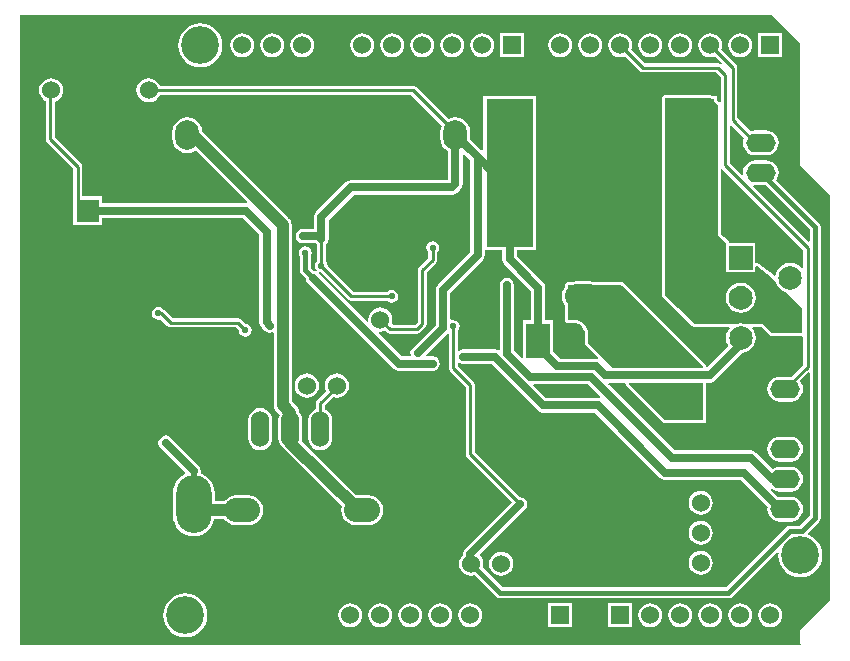
<source format=gbr>
%TF.GenerationSoftware,Altium Limited,Altium Designer,19.0.15 (446)*%
G04 Layer_Physical_Order=3*
G04 Layer_Color=16711680*
%FSLAX25Y25*%
%MOIN*%
%TF.FileFunction,Copper,L3,Bot,Signal*%
%TF.Part,Single*%
G01*
G75*
%TA.AperFunction,Conductor*%
%ADD27C,0.01000*%
%ADD28C,0.02756*%
%ADD29C,0.01968*%
%ADD32C,0.01575*%
%TA.AperFunction,ViaPad*%
%ADD33C,0.06000*%
%TA.AperFunction,ComponentPad*%
%ADD34O,0.07874X0.11811*%
%ADD35R,0.07874X0.11811*%
%ADD36R,0.15748X0.49213*%
%ADD37O,0.12000X0.04800*%
%ADD38R,0.12000X0.04800*%
%ADD39O,0.09843X0.06299*%
%ADD40C,0.07854*%
%ADD41R,0.07854X0.07854*%
%ADD42O,0.12000X0.08000*%
%ADD43C,0.07677*%
%ADD44R,0.07677X0.07677*%
%ADD45O,0.07874X0.09843*%
%ADD46O,0.06000X0.12000*%
%ADD47O,0.11811X0.19291*%
%ADD48O,0.19291X0.11811*%
%ADD49C,0.06000*%
%ADD50R,0.06000X0.06000*%
%TA.AperFunction,ViaPad*%
%ADD51C,0.12598*%
%ADD52C,0.02165*%
%TA.AperFunction,Conductor*%
%ADD53C,0.03937*%
G36*
X260000Y200551D02*
Y160000D01*
X270000Y150000D01*
Y15000D01*
X260000Y5000D01*
Y551D01*
X260089Y462D01*
X259898Y0D01*
X0D01*
Y210000D01*
X250551D01*
X260000Y200551D01*
D02*
G37*
%LPC*%
G36*
X254000Y204000D02*
X246000D01*
Y196000D01*
X254000D01*
Y204000D01*
D02*
G37*
G36*
X168000D02*
X160000D01*
Y196000D01*
X168000D01*
Y204000D01*
D02*
G37*
G36*
X240000Y204034D02*
X238956Y203897D01*
X237983Y203494D01*
X237147Y202853D01*
X236506Y202017D01*
X236103Y201044D01*
X235965Y200000D01*
X236103Y198956D01*
X236506Y197983D01*
X237147Y197147D01*
X237983Y196506D01*
X238956Y196103D01*
X240000Y195966D01*
X241044Y196103D01*
X242017Y196506D01*
X242853Y197147D01*
X243494Y197983D01*
X243897Y198956D01*
X244035Y200000D01*
X243897Y201044D01*
X243494Y202017D01*
X242853Y202853D01*
X242017Y203494D01*
X241044Y203897D01*
X240000Y204034D01*
D02*
G37*
G36*
X220000D02*
X218956Y203897D01*
X217983Y203494D01*
X217147Y202853D01*
X216506Y202017D01*
X216103Y201044D01*
X215966Y200000D01*
X216103Y198956D01*
X216506Y197983D01*
X217147Y197147D01*
X217983Y196506D01*
X218956Y196103D01*
X220000Y195966D01*
X221044Y196103D01*
X222017Y196506D01*
X222853Y197147D01*
X223494Y197983D01*
X223897Y198956D01*
X224035Y200000D01*
X223897Y201044D01*
X223494Y202017D01*
X222853Y202853D01*
X222017Y203494D01*
X221044Y203897D01*
X220000Y204034D01*
D02*
G37*
G36*
X210000D02*
X208956Y203897D01*
X207983Y203494D01*
X207147Y202853D01*
X206506Y202017D01*
X206103Y201044D01*
X205965Y200000D01*
X206103Y198956D01*
X206506Y197983D01*
X207147Y197147D01*
X207983Y196506D01*
X208956Y196103D01*
X210000Y195966D01*
X211044Y196103D01*
X212017Y196506D01*
X212853Y197147D01*
X213494Y197983D01*
X213897Y198956D01*
X214035Y200000D01*
X213897Y201044D01*
X213494Y202017D01*
X212853Y202853D01*
X212017Y203494D01*
X211044Y203897D01*
X210000Y204034D01*
D02*
G37*
G36*
X190000D02*
X188956Y203897D01*
X187983Y203494D01*
X187147Y202853D01*
X186506Y202017D01*
X186103Y201044D01*
X185966Y200000D01*
X186103Y198956D01*
X186506Y197983D01*
X187147Y197147D01*
X187983Y196506D01*
X188956Y196103D01*
X190000Y195966D01*
X191044Y196103D01*
X192017Y196506D01*
X192853Y197147D01*
X193494Y197983D01*
X193897Y198956D01*
X194035Y200000D01*
X193897Y201044D01*
X193494Y202017D01*
X192853Y202853D01*
X192017Y203494D01*
X191044Y203897D01*
X190000Y204034D01*
D02*
G37*
G36*
X180000D02*
X178956Y203897D01*
X177983Y203494D01*
X177147Y202853D01*
X176506Y202017D01*
X176103Y201044D01*
X175965Y200000D01*
X176103Y198956D01*
X176506Y197983D01*
X177147Y197147D01*
X177983Y196506D01*
X178956Y196103D01*
X180000Y195966D01*
X181044Y196103D01*
X182017Y196506D01*
X182853Y197147D01*
X183494Y197983D01*
X183897Y198956D01*
X184035Y200000D01*
X183897Y201044D01*
X183494Y202017D01*
X182853Y202853D01*
X182017Y203494D01*
X181044Y203897D01*
X180000Y204034D01*
D02*
G37*
G36*
X154000D02*
X152956Y203897D01*
X151983Y203494D01*
X151147Y202853D01*
X150506Y202017D01*
X150103Y201044D01*
X149966Y200000D01*
X150103Y198956D01*
X150506Y197983D01*
X151147Y197147D01*
X151983Y196506D01*
X152956Y196103D01*
X154000Y195966D01*
X155044Y196103D01*
X156017Y196506D01*
X156853Y197147D01*
X157494Y197983D01*
X157897Y198956D01*
X158035Y200000D01*
X157897Y201044D01*
X157494Y202017D01*
X156853Y202853D01*
X156017Y203494D01*
X155044Y203897D01*
X154000Y204034D01*
D02*
G37*
G36*
X144000D02*
X142956Y203897D01*
X141983Y203494D01*
X141147Y202853D01*
X140506Y202017D01*
X140103Y201044D01*
X139965Y200000D01*
X140103Y198956D01*
X140506Y197983D01*
X141147Y197147D01*
X141983Y196506D01*
X142956Y196103D01*
X144000Y195966D01*
X145044Y196103D01*
X146017Y196506D01*
X146853Y197147D01*
X147494Y197983D01*
X147897Y198956D01*
X148035Y200000D01*
X147897Y201044D01*
X147494Y202017D01*
X146853Y202853D01*
X146017Y203494D01*
X145044Y203897D01*
X144000Y204034D01*
D02*
G37*
G36*
X134000D02*
X132956Y203897D01*
X131983Y203494D01*
X131147Y202853D01*
X130506Y202017D01*
X130103Y201044D01*
X129965Y200000D01*
X130103Y198956D01*
X130506Y197983D01*
X131147Y197147D01*
X131983Y196506D01*
X132956Y196103D01*
X134000Y195966D01*
X135044Y196103D01*
X136017Y196506D01*
X136853Y197147D01*
X137494Y197983D01*
X137897Y198956D01*
X138034Y200000D01*
X137897Y201044D01*
X137494Y202017D01*
X136853Y202853D01*
X136017Y203494D01*
X135044Y203897D01*
X134000Y204034D01*
D02*
G37*
G36*
X124000D02*
X122956Y203897D01*
X121983Y203494D01*
X121147Y202853D01*
X120506Y202017D01*
X120103Y201044D01*
X119966Y200000D01*
X120103Y198956D01*
X120506Y197983D01*
X121147Y197147D01*
X121983Y196506D01*
X122956Y196103D01*
X124000Y195966D01*
X125044Y196103D01*
X126017Y196506D01*
X126853Y197147D01*
X127494Y197983D01*
X127897Y198956D01*
X128034Y200000D01*
X127897Y201044D01*
X127494Y202017D01*
X126853Y202853D01*
X126017Y203494D01*
X125044Y203897D01*
X124000Y204034D01*
D02*
G37*
G36*
X114000D02*
X112956Y203897D01*
X111983Y203494D01*
X111147Y202853D01*
X110506Y202017D01*
X110103Y201044D01*
X109966Y200000D01*
X110103Y198956D01*
X110506Y197983D01*
X111147Y197147D01*
X111983Y196506D01*
X112956Y196103D01*
X114000Y195966D01*
X115044Y196103D01*
X116017Y196506D01*
X116853Y197147D01*
X117494Y197983D01*
X117897Y198956D01*
X118035Y200000D01*
X117897Y201044D01*
X117494Y202017D01*
X116853Y202853D01*
X116017Y203494D01*
X115044Y203897D01*
X114000Y204034D01*
D02*
G37*
G36*
X94000D02*
X92956Y203897D01*
X91983Y203494D01*
X91147Y202853D01*
X90506Y202017D01*
X90103Y201044D01*
X89965Y200000D01*
X90103Y198956D01*
X90506Y197983D01*
X91147Y197147D01*
X91983Y196506D01*
X92956Y196103D01*
X94000Y195966D01*
X95044Y196103D01*
X96017Y196506D01*
X96853Y197147D01*
X97494Y197983D01*
X97897Y198956D01*
X98035Y200000D01*
X97897Y201044D01*
X97494Y202017D01*
X96853Y202853D01*
X96017Y203494D01*
X95044Y203897D01*
X94000Y204034D01*
D02*
G37*
G36*
X84000D02*
X82956Y203897D01*
X81983Y203494D01*
X81147Y202853D01*
X80506Y202017D01*
X80103Y201044D01*
X79966Y200000D01*
X80103Y198956D01*
X80506Y197983D01*
X81147Y197147D01*
X81983Y196506D01*
X82956Y196103D01*
X84000Y195966D01*
X85044Y196103D01*
X86017Y196506D01*
X86853Y197147D01*
X87494Y197983D01*
X87897Y198956D01*
X88034Y200000D01*
X87897Y201044D01*
X87494Y202017D01*
X86853Y202853D01*
X86017Y203494D01*
X85044Y203897D01*
X84000Y204034D01*
D02*
G37*
G36*
X74000D02*
X72956Y203897D01*
X71983Y203494D01*
X71147Y202853D01*
X70506Y202017D01*
X70103Y201044D01*
X69965Y200000D01*
X70103Y198956D01*
X70506Y197983D01*
X71147Y197147D01*
X71983Y196506D01*
X72956Y196103D01*
X74000Y195966D01*
X75044Y196103D01*
X76017Y196506D01*
X76853Y197147D01*
X77494Y197983D01*
X77897Y198956D01*
X78035Y200000D01*
X77897Y201044D01*
X77494Y202017D01*
X76853Y202853D01*
X76017Y203494D01*
X75044Y203897D01*
X74000Y204034D01*
D02*
G37*
G36*
X230000D02*
X228956Y203897D01*
X227983Y203494D01*
X227147Y202853D01*
X226506Y202017D01*
X226103Y201044D01*
X225965Y200000D01*
X226103Y198956D01*
X226506Y197983D01*
X227147Y197147D01*
X227983Y196506D01*
X228956Y196103D01*
X230000Y195966D01*
X231044Y196103D01*
X231532Y196305D01*
X233801Y194036D01*
X233482Y193648D01*
X233085Y193913D01*
X232500Y194029D01*
X208134D01*
X203695Y198468D01*
X203897Y198956D01*
X204034Y200000D01*
X203897Y201044D01*
X203494Y202017D01*
X202853Y202853D01*
X202017Y203494D01*
X201044Y203897D01*
X200000Y204034D01*
X198956Y203897D01*
X197983Y203494D01*
X197147Y202853D01*
X196506Y202017D01*
X196103Y201044D01*
X195966Y200000D01*
X196103Y198956D01*
X196506Y197983D01*
X197147Y197147D01*
X197983Y196506D01*
X198956Y196103D01*
X200000Y195966D01*
X201044Y196103D01*
X201532Y196305D01*
X206419Y191419D01*
X206915Y191087D01*
X207500Y190971D01*
X231867D01*
X233471Y189366D01*
Y181178D01*
X232971Y180971D01*
X232403Y181538D01*
Y183106D01*
X230836D01*
X230721Y183221D01*
X230390Y183442D01*
X230000Y183520D01*
X215000D01*
X214610Y183442D01*
X214279Y183221D01*
X214058Y182890D01*
X213980Y182500D01*
X213980Y116743D01*
X214058Y116353D01*
X214279Y116022D01*
X218522Y111779D01*
X218853Y111558D01*
X218954Y111538D01*
X223986Y106506D01*
X224317Y106285D01*
X224707Y106207D01*
X236215D01*
X236461Y105707D01*
X235846Y104906D01*
X235350Y103708D01*
X235181Y102421D01*
X235350Y101135D01*
X235846Y99936D01*
X236069Y99646D01*
X229083Y92659D01*
X228537Y92730D01*
X228517Y92752D01*
X228485Y92924D01*
X228456Y93072D01*
X228441Y93222D01*
X228417Y93266D01*
X228408Y93315D01*
X228324Y93440D01*
X228253Y93572D01*
X228214Y93604D01*
X228187Y93646D01*
X226914Y94918D01*
X226501Y95535D01*
X225884Y95948D01*
X201111Y120721D01*
X200780Y120942D01*
X200390Y121020D01*
X191246D01*
X190805Y121202D01*
X189500Y121374D01*
X185500D01*
X184195Y121202D01*
X183754Y121020D01*
X182500D01*
X182110Y120942D01*
X181779Y120721D01*
X181558Y120390D01*
X181480Y120000D01*
Y119306D01*
X181132Y118852D01*
X180629Y117636D01*
X180457Y116331D01*
X180629Y115025D01*
X181132Y113809D01*
X181480Y113356D01*
Y108548D01*
X181500Y108449D01*
Y108349D01*
X181538Y108256D01*
X181558Y108158D01*
X181614Y108074D01*
X181652Y107981D01*
X181723Y107910D01*
X181779Y107827D01*
X181862Y107771D01*
X181933Y107700D01*
X182349Y107422D01*
X182442Y107384D01*
X182526Y107328D01*
X182624Y107308D01*
X182717Y107270D01*
X182817D01*
X182916Y107250D01*
X183014Y107270D01*
X183115D01*
X183207Y107308D01*
X183232Y107313D01*
X184311Y107456D01*
X185334Y107321D01*
X186287Y106926D01*
X187105Y106298D01*
X187733Y105480D01*
X188128Y104527D01*
X188271Y103437D01*
Y100709D01*
X188349Y100319D01*
X188570Y99988D01*
X192672Y95886D01*
X192426Y95425D01*
X191874Y95535D01*
X179961D01*
X177437Y98059D01*
Y108441D01*
X175007D01*
Y119238D01*
X174823Y120166D01*
X174297Y120953D01*
X165521Y129729D01*
Y131894D01*
X171970D01*
Y183106D01*
X154222D01*
Y165000D01*
X153722Y164793D01*
X149924Y168592D01*
X149980Y169016D01*
Y170984D01*
X149810Y172273D01*
X149312Y173474D01*
X148521Y174505D01*
X147490Y175297D01*
X146289Y175794D01*
X145000Y175964D01*
X143711Y175794D01*
X142751Y175396D01*
X132066Y186081D01*
X131570Y186413D01*
X130984Y186529D01*
X46476Y186529D01*
X46274Y187017D01*
X45633Y187853D01*
X44798Y188494D01*
X43825Y188897D01*
X42780Y189034D01*
X41736Y188897D01*
X40763Y188494D01*
X39928Y187853D01*
X39286Y187017D01*
X38883Y186044D01*
X38746Y185000D01*
X38883Y183956D01*
X39286Y182983D01*
X39928Y182147D01*
X40763Y181506D01*
X41736Y181103D01*
X42780Y180965D01*
X43825Y181103D01*
X44798Y181506D01*
X45633Y182147D01*
X46274Y182983D01*
X46476Y183471D01*
X130351Y183471D01*
X140588Y173233D01*
X140190Y172273D01*
X140020Y170984D01*
Y169016D01*
X140190Y167727D01*
X140688Y166526D01*
X141479Y165495D01*
X142510Y164703D01*
X142576Y164676D01*
Y155011D01*
X110087D01*
X109159Y154826D01*
X108372Y154301D01*
X98643Y144572D01*
X98118Y143786D01*
X97933Y142858D01*
Y138783D01*
X94187D01*
X93260Y138598D01*
X92473Y138073D01*
X91947Y137286D01*
X91763Y136358D01*
X91947Y135430D01*
X92473Y134644D01*
X93260Y134118D01*
X94187Y133934D01*
X98513D01*
X98643Y133738D01*
X98829Y133615D01*
Y127976D01*
X98396Y127328D01*
X98234Y126516D01*
X98396Y125703D01*
X98856Y125014D01*
X98529Y124672D01*
X98428Y124740D01*
X97691Y124887D01*
X96822Y125755D01*
Y129791D01*
X96962Y130000D01*
X97123Y130813D01*
X96962Y131625D01*
X96501Y132314D01*
X95813Y132774D01*
X95000Y132936D01*
X94187Y132774D01*
X93498Y132314D01*
X93038Y131625D01*
X92876Y130813D01*
X93038Y130000D01*
X93178Y129791D01*
Y125000D01*
X93178Y125000D01*
X93316Y124303D01*
X93711Y123711D01*
X95113Y122309D01*
X95260Y121572D01*
X95786Y120786D01*
X124417Y92154D01*
X125204Y91628D01*
X126132Y91444D01*
X126132Y91444D01*
X137500D01*
X138428Y91628D01*
X139214Y92154D01*
X139740Y92940D01*
X139925Y93868D01*
X139740Y94796D01*
X139214Y95582D01*
X138428Y96108D01*
X137500Y96293D01*
X135375D01*
X135183Y96755D01*
X142291Y103863D01*
X142791Y103656D01*
Y92502D01*
X142908Y91917D01*
X143239Y91420D01*
X148471Y86189D01*
Y63614D01*
X148587Y63029D01*
X148919Y62533D01*
X163818Y47633D01*
X148286Y32100D01*
X147760Y31314D01*
X147575Y30386D01*
Y30171D01*
X147427Y30058D01*
X146786Y29222D01*
X146383Y28249D01*
X146246Y27205D01*
X146383Y26160D01*
X146786Y25188D01*
X147427Y24352D01*
X148263Y23711D01*
X149236Y23308D01*
X150280Y23170D01*
X151325Y23308D01*
X151519Y23388D01*
X158696Y16211D01*
X158696Y16211D01*
X159288Y15816D01*
X159985Y15678D01*
X159985Y15678D01*
X163096D01*
X236064Y15678D01*
X236064Y15678D01*
X236761Y15816D01*
X237352Y16211D01*
X252275Y31134D01*
X252755Y30907D01*
X252665Y30000D01*
X252806Y28569D01*
X253224Y27193D01*
X253902Y25925D01*
X254814Y24814D01*
X255925Y23902D01*
X257193Y23224D01*
X258569Y22806D01*
X260000Y22666D01*
X261431Y22806D01*
X262807Y23224D01*
X264075Y23902D01*
X265186Y24814D01*
X266098Y25925D01*
X266776Y27193D01*
X267194Y28569D01*
X267335Y30000D01*
X267194Y31431D01*
X266776Y32807D01*
X266098Y34075D01*
X265186Y35186D01*
X264075Y36098D01*
X262807Y36776D01*
X262541Y36857D01*
X262419Y37342D01*
X266289Y41211D01*
X266289Y41211D01*
X266684Y41803D01*
X266822Y42500D01*
Y139350D01*
X266822Y139350D01*
X266684Y140048D01*
X266289Y140639D01*
X266289Y140639D01*
X251931Y154996D01*
X252247Y155407D01*
X252665Y156417D01*
X252807Y157500D01*
X252665Y158583D01*
X252247Y159593D01*
X251582Y160459D01*
X250715Y161125D01*
X249705Y161543D01*
X248622Y161685D01*
X245079D01*
X243995Y161543D01*
X242986Y161125D01*
X242119Y160459D01*
X241454Y159593D01*
X241036Y158583D01*
X240893Y157500D01*
X240973Y156897D01*
X240499Y156664D01*
X236529Y160634D01*
Y173233D01*
X236991Y173424D01*
X241269Y169147D01*
X241036Y168583D01*
X240893Y167500D01*
X241036Y166417D01*
X241454Y165407D01*
X242119Y164541D01*
X242986Y163875D01*
X243995Y163457D01*
X245079Y163315D01*
X248622D01*
X249705Y163457D01*
X250715Y163875D01*
X251582Y164541D01*
X252247Y165407D01*
X252665Y166417D01*
X252807Y167500D01*
X252665Y168583D01*
X252247Y169593D01*
X251582Y170459D01*
X250715Y171125D01*
X249705Y171543D01*
X248622Y171685D01*
X245079D01*
X243995Y171543D01*
X243432Y171309D01*
X239029Y175712D01*
Y192500D01*
X238913Y193085D01*
X238581Y193581D01*
X233695Y198468D01*
X233897Y198956D01*
X234034Y200000D01*
X233897Y201044D01*
X233494Y202017D01*
X232853Y202853D01*
X232017Y203494D01*
X231044Y203897D01*
X230000Y204034D01*
D02*
G37*
G36*
X60000Y207334D02*
X58569Y207194D01*
X57193Y206776D01*
X55925Y206098D01*
X54814Y205186D01*
X53902Y204075D01*
X53224Y202807D01*
X52806Y201431D01*
X52666Y200000D01*
X52806Y198569D01*
X53224Y197193D01*
X53902Y195925D01*
X54814Y194814D01*
X55925Y193902D01*
X57193Y193224D01*
X58569Y192806D01*
X60000Y192666D01*
X61431Y192806D01*
X62807Y193224D01*
X64075Y193902D01*
X65186Y194814D01*
X66098Y195925D01*
X66776Y197193D01*
X67194Y198569D01*
X67335Y200000D01*
X67194Y201431D01*
X66776Y202807D01*
X66098Y204075D01*
X65186Y205186D01*
X64075Y206098D01*
X62807Y206776D01*
X61431Y207194D01*
X60000Y207334D01*
D02*
G37*
G36*
X45965Y112827D02*
X45152Y112666D01*
X44463Y112205D01*
X44003Y111516D01*
X43841Y110704D01*
X44003Y109891D01*
X44463Y109202D01*
X45152Y108742D01*
X45965Y108580D01*
X46724Y108731D01*
X49037Y106419D01*
X49533Y106087D01*
X50118Y105971D01*
X71867D01*
X72886Y104951D01*
X73038Y104187D01*
X73498Y103498D01*
X74187Y103038D01*
X75000Y102876D01*
X75813Y103038D01*
X76502Y103498D01*
X76962Y104187D01*
X77123Y105000D01*
X76962Y105813D01*
X76502Y106501D01*
X75813Y106962D01*
X75049Y107114D01*
X73581Y108581D01*
X73085Y108913D01*
X72500Y109029D01*
X50752D01*
X47996Y111785D01*
X47546Y112086D01*
X47466Y112205D01*
X46777Y112666D01*
X45965Y112827D01*
D02*
G37*
G36*
X105561Y90597D02*
X104516Y90460D01*
X103543Y90057D01*
X102708Y89416D01*
X102067Y88580D01*
X101664Y87607D01*
X101526Y86563D01*
X101664Y85519D01*
X101956Y84813D01*
X98919Y81775D01*
X98587Y81279D01*
X98471Y80694D01*
Y78720D01*
X97983Y78518D01*
X97147Y77877D01*
X96506Y77041D01*
X96103Y76068D01*
X95965Y75024D01*
Y69024D01*
X96103Y67979D01*
X96506Y67006D01*
X97147Y66171D01*
X97983Y65530D01*
X98956Y65127D01*
X100000Y64989D01*
X101044Y65127D01*
X102017Y65530D01*
X102853Y66171D01*
X103494Y67006D01*
X103897Y67979D01*
X104034Y69024D01*
Y75024D01*
X103897Y76068D01*
X103494Y77041D01*
X102853Y77877D01*
X102017Y78518D01*
X101529Y78720D01*
Y80060D01*
X104247Y82778D01*
X104516Y82666D01*
X105561Y82528D01*
X106605Y82666D01*
X107578Y83069D01*
X108414Y83710D01*
X109055Y84546D01*
X109458Y85519D01*
X109595Y86563D01*
X109458Y87607D01*
X109055Y88580D01*
X108414Y89416D01*
X107578Y90057D01*
X106605Y90460D01*
X105561Y90597D01*
D02*
G37*
G36*
X95561D02*
X94516Y90460D01*
X93543Y90057D01*
X92708Y89416D01*
X92067Y88580D01*
X91664Y87607D01*
X91526Y86563D01*
X91664Y85519D01*
X92067Y84546D01*
X92708Y83710D01*
X93543Y83069D01*
X94516Y82666D01*
X95561Y82528D01*
X96605Y82666D01*
X97578Y83069D01*
X98414Y83710D01*
X99055Y84546D01*
X99458Y85519D01*
X99595Y86563D01*
X99458Y87607D01*
X99055Y88580D01*
X98414Y89416D01*
X97578Y90057D01*
X96605Y90460D01*
X95561Y90597D01*
D02*
G37*
G36*
X80000Y79058D02*
X78956Y78921D01*
X77983Y78518D01*
X77147Y77877D01*
X76506Y77041D01*
X76103Y76068D01*
X75965Y75024D01*
Y69024D01*
X76103Y67979D01*
X76506Y67006D01*
X77147Y66171D01*
X77983Y65530D01*
X78956Y65127D01*
X80000Y64989D01*
X81044Y65127D01*
X82017Y65530D01*
X82853Y66171D01*
X83494Y67006D01*
X83897Y67979D01*
X84035Y69024D01*
Y75024D01*
X83897Y76068D01*
X83494Y77041D01*
X82853Y77877D01*
X82017Y78518D01*
X81044Y78921D01*
X80000Y79058D01*
D02*
G37*
G36*
X10280Y189034D02*
X9236Y188897D01*
X8263Y188494D01*
X7428Y187853D01*
X6786Y187017D01*
X6383Y186044D01*
X6246Y185000D01*
X6383Y183956D01*
X6786Y182983D01*
X7428Y182147D01*
X8263Y181506D01*
X8471Y181420D01*
Y168671D01*
X8587Y168086D01*
X8919Y167590D01*
X17632Y158876D01*
Y148181D01*
X17661Y148033D01*
Y140004D01*
X27339D01*
Y142418D01*
X74212D01*
X79721Y136909D01*
Y107606D01*
X79906Y106678D01*
X80431Y105892D01*
X81510Y104813D01*
X82297Y104288D01*
X83224Y104103D01*
X84006Y104259D01*
X84506Y103968D01*
Y80000D01*
X84608Y79225D01*
X84907Y78503D01*
X85383Y77883D01*
X86424Y76842D01*
X86103Y76068D01*
X85966Y75024D01*
Y69024D01*
X86103Y67979D01*
X86506Y67006D01*
X87147Y66171D01*
X87459Y65932D01*
X87898Y65367D01*
X107162Y46386D01*
X107129Y46305D01*
X106957Y45000D01*
X107129Y43695D01*
X107633Y42478D01*
X108434Y41434D01*
X109478Y40633D01*
X110695Y40129D01*
X112000Y39957D01*
X116000D01*
X117305Y40129D01*
X118522Y40633D01*
X119566Y41434D01*
X120368Y42478D01*
X120871Y43695D01*
X121043Y45000D01*
X120871Y46305D01*
X120368Y47522D01*
X119566Y48566D01*
X118522Y49367D01*
X117305Y49871D01*
X116000Y50043D01*
X112000D01*
X111985Y50041D01*
X93863Y67897D01*
X93897Y67979D01*
X94034Y69024D01*
Y75024D01*
X93897Y76068D01*
X93494Y77041D01*
X92963Y77732D01*
X92892Y78275D01*
X92593Y78997D01*
X92117Y79617D01*
X90494Y81240D01*
Y140122D01*
X90392Y140897D01*
X90093Y141619D01*
X89617Y142239D01*
X60570Y171286D01*
X60440Y172273D01*
X59942Y173474D01*
X59151Y174505D01*
X58120Y175297D01*
X56919Y175794D01*
X55630Y175964D01*
X54341Y175794D01*
X53140Y175297D01*
X52109Y174505D01*
X51317Y173474D01*
X50820Y172273D01*
X50650Y170984D01*
Y169016D01*
X50820Y167727D01*
X51317Y166526D01*
X52109Y165495D01*
X53140Y164703D01*
X54341Y164206D01*
X55630Y164036D01*
X56919Y164206D01*
X58120Y164703D01*
X58439Y164948D01*
X75709Y147679D01*
X75462Y147218D01*
X75217Y147267D01*
X27339D01*
Y149681D01*
X20691D01*
Y159510D01*
X20574Y160095D01*
X20243Y160591D01*
X11529Y169305D01*
Y181188D01*
X12298Y181506D01*
X13133Y182147D01*
X13774Y182983D01*
X14177Y183956D01*
X14315Y185000D01*
X14177Y186044D01*
X13774Y187017D01*
X13133Y187853D01*
X12298Y188494D01*
X11325Y188897D01*
X10280Y189034D01*
D02*
G37*
G36*
X48480Y69924D02*
X47552Y69740D01*
X46766Y69214D01*
X46240Y68428D01*
X46056Y67500D01*
X46240Y66572D01*
X46766Y65786D01*
X54958Y57593D01*
X54863Y56982D01*
X53980Y56510D01*
X52928Y55647D01*
X52065Y54595D01*
X51424Y53396D01*
X51029Y52094D01*
X50896Y50740D01*
Y43260D01*
X51029Y41906D01*
X51424Y40604D01*
X52065Y39405D01*
X52928Y38353D01*
X53980Y37490D01*
X55179Y36849D01*
X56481Y36454D01*
X57835Y36321D01*
X59188Y36454D01*
X60490Y36849D01*
X61690Y37490D01*
X62741Y38353D01*
X63604Y39405D01*
X64245Y40604D01*
X64640Y41906D01*
X64650Y42006D01*
X67995D01*
X68434Y41434D01*
X69478Y40633D01*
X70695Y40129D01*
X72000Y39957D01*
X76000D01*
X77305Y40129D01*
X78522Y40633D01*
X79566Y41434D01*
X80367Y42478D01*
X80871Y43695D01*
X81043Y45000D01*
X80871Y46305D01*
X80367Y47522D01*
X79566Y48566D01*
X78522Y49367D01*
X77305Y49871D01*
X76000Y50043D01*
X72000D01*
X70695Y49871D01*
X69478Y49367D01*
X68434Y48566D01*
X67995Y47994D01*
X64774D01*
Y50740D01*
X64640Y52094D01*
X64245Y53396D01*
X63604Y54595D01*
X62741Y55647D01*
X61690Y56510D01*
X60490Y57151D01*
X60086Y57274D01*
X60259Y58146D01*
X60075Y59074D01*
X59549Y59860D01*
X50195Y69214D01*
X49408Y69740D01*
X48480Y69924D01*
D02*
G37*
G36*
X204000Y14000D02*
X196000D01*
Y6000D01*
X204000D01*
Y14000D01*
D02*
G37*
G36*
X184000D02*
X176000D01*
Y6000D01*
X184000D01*
Y14000D01*
D02*
G37*
G36*
X250000Y14035D02*
X248956Y13897D01*
X247983Y13494D01*
X247147Y12853D01*
X246506Y12017D01*
X246103Y11044D01*
X245966Y10000D01*
X246103Y8956D01*
X246506Y7983D01*
X247147Y7147D01*
X247983Y6506D01*
X248956Y6103D01*
X250000Y5965D01*
X251044Y6103D01*
X252017Y6506D01*
X252853Y7147D01*
X253494Y7983D01*
X253897Y8956D01*
X254034Y10000D01*
X253897Y11044D01*
X253494Y12017D01*
X252853Y12853D01*
X252017Y13494D01*
X251044Y13897D01*
X250000Y14035D01*
D02*
G37*
G36*
X240000D02*
X238956Y13897D01*
X237983Y13494D01*
X237147Y12853D01*
X236506Y12017D01*
X236103Y11044D01*
X235965Y10000D01*
X236103Y8956D01*
X236506Y7983D01*
X237147Y7147D01*
X237983Y6506D01*
X238956Y6103D01*
X240000Y5965D01*
X241044Y6103D01*
X242017Y6506D01*
X242853Y7147D01*
X243494Y7983D01*
X243897Y8956D01*
X244035Y10000D01*
X243897Y11044D01*
X243494Y12017D01*
X242853Y12853D01*
X242017Y13494D01*
X241044Y13897D01*
X240000Y14035D01*
D02*
G37*
G36*
X230000D02*
X228956Y13897D01*
X227983Y13494D01*
X227147Y12853D01*
X226506Y12017D01*
X226103Y11044D01*
X225965Y10000D01*
X226103Y8956D01*
X226506Y7983D01*
X227147Y7147D01*
X227983Y6506D01*
X228956Y6103D01*
X230000Y5965D01*
X231044Y6103D01*
X232017Y6506D01*
X232853Y7147D01*
X233494Y7983D01*
X233897Y8956D01*
X234034Y10000D01*
X233897Y11044D01*
X233494Y12017D01*
X232853Y12853D01*
X232017Y13494D01*
X231044Y13897D01*
X230000Y14035D01*
D02*
G37*
G36*
X220000D02*
X218956Y13897D01*
X217983Y13494D01*
X217147Y12853D01*
X216506Y12017D01*
X216103Y11044D01*
X215966Y10000D01*
X216103Y8956D01*
X216506Y7983D01*
X217147Y7147D01*
X217983Y6506D01*
X218956Y6103D01*
X220000Y5965D01*
X221044Y6103D01*
X222017Y6506D01*
X222853Y7147D01*
X223494Y7983D01*
X223897Y8956D01*
X224035Y10000D01*
X223897Y11044D01*
X223494Y12017D01*
X222853Y12853D01*
X222017Y13494D01*
X221044Y13897D01*
X220000Y14035D01*
D02*
G37*
G36*
X210000D02*
X208956Y13897D01*
X207983Y13494D01*
X207147Y12853D01*
X206506Y12017D01*
X206103Y11044D01*
X205965Y10000D01*
X206103Y8956D01*
X206506Y7983D01*
X207147Y7147D01*
X207983Y6506D01*
X208956Y6103D01*
X210000Y5965D01*
X211044Y6103D01*
X212017Y6506D01*
X212853Y7147D01*
X213494Y7983D01*
X213897Y8956D01*
X214035Y10000D01*
X213897Y11044D01*
X213494Y12017D01*
X212853Y12853D01*
X212017Y13494D01*
X211044Y13897D01*
X210000Y14035D01*
D02*
G37*
G36*
X150000D02*
X148956Y13897D01*
X147983Y13494D01*
X147147Y12853D01*
X146506Y12017D01*
X146103Y11044D01*
X145966Y10000D01*
X146103Y8956D01*
X146506Y7983D01*
X147147Y7147D01*
X147983Y6506D01*
X148956Y6103D01*
X150000Y5965D01*
X151044Y6103D01*
X152017Y6506D01*
X152853Y7147D01*
X153494Y7983D01*
X153897Y8956D01*
X154034Y10000D01*
X153897Y11044D01*
X153494Y12017D01*
X152853Y12853D01*
X152017Y13494D01*
X151044Y13897D01*
X150000Y14035D01*
D02*
G37*
G36*
X140000D02*
X138956Y13897D01*
X137983Y13494D01*
X137147Y12853D01*
X136506Y12017D01*
X136103Y11044D01*
X135966Y10000D01*
X136103Y8956D01*
X136506Y7983D01*
X137147Y7147D01*
X137983Y6506D01*
X138956Y6103D01*
X140000Y5965D01*
X141044Y6103D01*
X142017Y6506D01*
X142853Y7147D01*
X143494Y7983D01*
X143897Y8956D01*
X144035Y10000D01*
X143897Y11044D01*
X143494Y12017D01*
X142853Y12853D01*
X142017Y13494D01*
X141044Y13897D01*
X140000Y14035D01*
D02*
G37*
G36*
X130000D02*
X128956Y13897D01*
X127983Y13494D01*
X127147Y12853D01*
X126506Y12017D01*
X126103Y11044D01*
X125965Y10000D01*
X126103Y8956D01*
X126506Y7983D01*
X127147Y7147D01*
X127983Y6506D01*
X128956Y6103D01*
X130000Y5965D01*
X131044Y6103D01*
X132017Y6506D01*
X132853Y7147D01*
X133494Y7983D01*
X133897Y8956D01*
X134035Y10000D01*
X133897Y11044D01*
X133494Y12017D01*
X132853Y12853D01*
X132017Y13494D01*
X131044Y13897D01*
X130000Y14035D01*
D02*
G37*
G36*
X120000D02*
X118956Y13897D01*
X117983Y13494D01*
X117147Y12853D01*
X116506Y12017D01*
X116103Y11044D01*
X115965Y10000D01*
X116103Y8956D01*
X116506Y7983D01*
X117147Y7147D01*
X117983Y6506D01*
X118956Y6103D01*
X120000Y5965D01*
X121044Y6103D01*
X122017Y6506D01*
X122853Y7147D01*
X123494Y7983D01*
X123897Y8956D01*
X124035Y10000D01*
X123897Y11044D01*
X123494Y12017D01*
X122853Y12853D01*
X122017Y13494D01*
X121044Y13897D01*
X120000Y14035D01*
D02*
G37*
G36*
X110000D02*
X108956Y13897D01*
X107983Y13494D01*
X107147Y12853D01*
X106506Y12017D01*
X106103Y11044D01*
X105965Y10000D01*
X106103Y8956D01*
X106506Y7983D01*
X107147Y7147D01*
X107983Y6506D01*
X108956Y6103D01*
X110000Y5965D01*
X111044Y6103D01*
X112017Y6506D01*
X112853Y7147D01*
X113494Y7983D01*
X113897Y8956D01*
X114034Y10000D01*
X113897Y11044D01*
X113494Y12017D01*
X112853Y12853D01*
X112017Y13494D01*
X111044Y13897D01*
X110000Y14035D01*
D02*
G37*
G36*
X55000Y17334D02*
X53569Y17194D01*
X52193Y16776D01*
X50925Y16098D01*
X49814Y15186D01*
X48902Y14075D01*
X48224Y12807D01*
X47806Y11431D01*
X47666Y10000D01*
X47806Y8569D01*
X48224Y7193D01*
X48902Y5925D01*
X49814Y4814D01*
X50925Y3902D01*
X52193Y3224D01*
X53569Y2806D01*
X55000Y2665D01*
X56431Y2806D01*
X57807Y3224D01*
X59075Y3902D01*
X60186Y4814D01*
X61098Y5925D01*
X61776Y7193D01*
X62194Y8569D01*
X62335Y10000D01*
X62194Y11431D01*
X61776Y12807D01*
X61098Y14075D01*
X60186Y15186D01*
X59075Y16098D01*
X57807Y16776D01*
X56431Y17194D01*
X55000Y17334D01*
D02*
G37*
%LPD*%
G36*
X245079Y153315D02*
X248459D01*
X263178Y138595D01*
Y134639D01*
X262716Y134447D01*
X244243Y152920D01*
X244476Y153394D01*
X245079Y153315D01*
D02*
G37*
G36*
X260971Y131867D02*
Y125785D01*
X260471Y125615D01*
X260164Y126014D01*
X259135Y126804D01*
X257937Y127300D01*
X256650Y127470D01*
X255364Y127300D01*
X254166Y126804D01*
X253136Y126014D01*
X252346Y124985D01*
X251850Y123786D01*
X251795Y123368D01*
X251581Y123295D01*
X251274Y123243D01*
X251251Y123258D01*
X251207Y123309D01*
X246146Y127187D01*
X245997Y127260D01*
X245853Y127343D01*
X245820Y127348D01*
X245789Y127363D01*
X245624Y127373D01*
X245459Y127395D01*
X245280Y127539D01*
X245078Y127810D01*
Y134120D01*
X236243D01*
X236217Y134251D01*
X236208Y134383D01*
X236178Y134444D01*
X236165Y134510D01*
X236091Y134621D01*
X236033Y134740D01*
X235751Y135107D01*
X235650Y135196D01*
X235562Y135297D01*
X233520Y136862D01*
Y158630D01*
X233622Y158704D01*
X234020Y158818D01*
X260971Y131867D01*
D02*
G37*
G36*
X232500Y180000D02*
Y136358D01*
X234942Y134487D01*
X235223Y134120D01*
X235223D01*
X235223Y134120D01*
Y124266D01*
X245078D01*
Y126156D01*
X245526Y126378D01*
X250587Y122500D01*
X251847Y121240D01*
X251850Y121214D01*
X252346Y120015D01*
X253136Y118986D01*
X254166Y118196D01*
X255364Y117700D01*
X255390Y117696D01*
X260587Y112500D01*
Y104063D01*
X250724D01*
X247560Y107227D01*
X241396D01*
X240150Y107391D01*
X238905Y107227D01*
X224707D01*
X219474Y112460D01*
Y112500D01*
X219243D01*
X215000Y116743D01*
X215000Y182500D01*
X230000D01*
X232500Y180000D01*
D02*
G37*
G36*
X150075Y161582D02*
Y131004D01*
X139146Y120075D01*
X138620Y119288D01*
X138436Y118360D01*
Y106865D01*
X130786Y99214D01*
X130260Y98428D01*
X130076Y97500D01*
X130216Y96793D01*
X129891Y96293D01*
X127136D01*
X119332Y104097D01*
X119565Y104571D01*
X120000Y104513D01*
X121044Y104651D01*
X121532Y104853D01*
X122100Y104285D01*
X122597Y103953D01*
X123182Y103837D01*
X132287D01*
X132872Y103953D01*
X133369Y104285D01*
X135081Y105997D01*
X135413Y106493D01*
X135529Y107079D01*
Y124366D01*
X138581Y127419D01*
X138913Y127915D01*
X139029Y128500D01*
Y131040D01*
X139462Y131687D01*
X139623Y132500D01*
X139462Y133313D01*
X139002Y134002D01*
X138313Y134462D01*
X137500Y134624D01*
X136687Y134462D01*
X135998Y134002D01*
X135538Y133313D01*
X135377Y132500D01*
X135538Y131687D01*
X135971Y131040D01*
Y129133D01*
X132919Y126081D01*
X132587Y125585D01*
X132471Y125000D01*
Y107712D01*
X131654Y106895D01*
X124186D01*
X123852Y107395D01*
X123897Y107504D01*
X124035Y108548D01*
X123897Y109592D01*
X123494Y110565D01*
X122853Y111401D01*
X122017Y112042D01*
X121044Y112445D01*
X120000Y112582D01*
X118956Y112445D01*
X117983Y112042D01*
X117147Y111401D01*
X116506Y110565D01*
X116103Y109592D01*
X115965Y108548D01*
X116023Y108113D01*
X115549Y107880D01*
X99452Y123977D01*
X99676Y124460D01*
X99998Y124457D01*
X109206Y115249D01*
X109702Y114918D01*
X110287Y114801D01*
X122404D01*
X123051Y114369D01*
X123863Y114207D01*
X124676Y114369D01*
X125365Y114829D01*
X125825Y115518D01*
X125987Y116331D01*
X125825Y117143D01*
X125365Y117832D01*
X124676Y118292D01*
X123863Y118454D01*
X123051Y118292D01*
X122404Y117860D01*
X110921D01*
X102445Y126336D01*
X102481Y126516D01*
X102320Y127328D01*
X101887Y127976D01*
Y133615D01*
X102072Y133738D01*
X102598Y134525D01*
X102782Y135453D01*
Y141854D01*
X111091Y150162D01*
X144000D01*
X144928Y150347D01*
X145714Y150872D01*
X146714Y151872D01*
X147240Y152659D01*
X147424Y153586D01*
Y163580D01*
X147887Y163771D01*
X150075Y161582D01*
D02*
G37*
G36*
X160672Y128725D02*
X160856Y127797D01*
X161382Y127010D01*
X170158Y118234D01*
Y108441D01*
X167563D01*
Y95845D01*
X167101Y95654D01*
X164598Y98157D01*
Y120111D01*
X164413Y121039D01*
X163888Y121825D01*
X163101Y122351D01*
X162173Y122536D01*
X161245Y122351D01*
X160459Y121825D01*
X159933Y121039D01*
X159749Y120111D01*
Y98579D01*
X159249Y98312D01*
X159014Y98468D01*
X158087Y98653D01*
X147618D01*
X146690Y98468D01*
X146350Y98241D01*
X145850Y98508D01*
Y104820D01*
X146283Y105467D01*
X146444Y106280D01*
X146283Y107092D01*
X145822Y107781D01*
X145133Y108241D01*
X144321Y108403D01*
X143785Y108296D01*
X143285Y108648D01*
Y117356D01*
X154214Y128286D01*
X154740Y129072D01*
X154924Y130000D01*
Y131894D01*
X160672D01*
Y128725D01*
D02*
G37*
G36*
X227466Y92924D02*
X227417Y92424D01*
X197575D01*
X189291Y100709D01*
Y103504D01*
X189121Y104793D01*
X188623Y105994D01*
X187832Y107025D01*
X186801Y107817D01*
X185600Y108314D01*
X184311Y108484D01*
X183022Y108314D01*
X182916Y108270D01*
X182500Y108548D01*
Y120000D01*
X200390D01*
X227466Y92924D01*
D02*
G37*
G36*
X193491Y82840D02*
X193474Y82739D01*
X192909Y82343D01*
X192500Y82424D01*
X175319D01*
X171063Y86681D01*
X171254Y87143D01*
X189188D01*
X193491Y82840D01*
D02*
G37*
G36*
X227500Y75000D02*
X215000D01*
X202887Y87113D01*
X203078Y87576D01*
X227500D01*
Y75000D01*
D02*
G37*
G36*
X250003Y103342D02*
X250334Y103121D01*
X250724Y103043D01*
X260587D01*
X260971Y102728D01*
Y93524D01*
X256993Y89546D01*
X256772Y89576D01*
X253228D01*
X252145Y89433D01*
X251136Y89015D01*
X250269Y88350D01*
X249604Y87483D01*
X249185Y86473D01*
X249043Y85390D01*
X249185Y84307D01*
X249604Y83297D01*
X250269Y82431D01*
X251136Y81766D01*
X252145Y81347D01*
X253228Y81205D01*
X256772D01*
X257855Y81347D01*
X258864Y81766D01*
X259731Y82431D01*
X260396Y83297D01*
X260814Y84307D01*
X260957Y85390D01*
X260814Y86473D01*
X260396Y87483D01*
X259901Y88128D01*
X262716Y90943D01*
X263178Y90752D01*
Y43255D01*
X259832Y39909D01*
X256650D01*
X256650Y39909D01*
X255953Y39770D01*
X255362Y39375D01*
X255362Y39375D01*
X235309Y19322D01*
X163096Y19322D01*
X160740D01*
X154097Y25966D01*
X154177Y26160D01*
X154315Y27205D01*
X154177Y28249D01*
X153774Y29222D01*
X153133Y30057D01*
X153131Y30088D01*
X168329Y45286D01*
X168854Y46072D01*
X169039Y47000D01*
X168854Y47928D01*
X168329Y48714D01*
X167542Y49240D01*
X166614Y49424D01*
X166396Y49381D01*
X151529Y64248D01*
Y86823D01*
X151413Y87408D01*
X151081Y87904D01*
X145850Y93135D01*
Y93948D01*
X146350Y94216D01*
X146690Y93988D01*
X147618Y93804D01*
X157082D01*
X172600Y78286D01*
X173387Y77760D01*
X174315Y77575D01*
X191496D01*
X213286Y55786D01*
X214072Y55260D01*
X215000Y55076D01*
X215000Y55076D01*
X240114D01*
X249131Y46059D01*
X249043Y45390D01*
X249186Y44307D01*
X249604Y43297D01*
X250269Y42431D01*
X251136Y41765D01*
X252145Y41347D01*
X253228Y41205D01*
X256772D01*
X257855Y41347D01*
X258864Y41765D01*
X259731Y42431D01*
X260396Y43297D01*
X260814Y44307D01*
X260957Y45390D01*
X260814Y46473D01*
X260396Y47483D01*
X259731Y48350D01*
X258864Y49015D01*
X257855Y49433D01*
X256772Y49576D01*
X253228D01*
X252560Y49488D01*
X250175Y51872D01*
X250505Y52249D01*
X251136Y51766D01*
X252145Y51347D01*
X253228Y51205D01*
X256772D01*
X257855Y51347D01*
X258864Y51766D01*
X259731Y52431D01*
X260396Y53298D01*
X260814Y54307D01*
X260957Y55390D01*
X260814Y56473D01*
X260396Y57483D01*
X259731Y58350D01*
X258864Y59015D01*
X257855Y59433D01*
X256772Y59576D01*
X253228D01*
X252145Y59433D01*
X251136Y59015D01*
X250792Y58751D01*
X245329Y64214D01*
X244542Y64740D01*
X243614Y64925D01*
X218264D01*
X196075Y87113D01*
X196266Y87576D01*
X201449D01*
X201669Y87410D01*
X201867Y87113D01*
X201944Y86723D01*
X202166Y86393D01*
X214279Y74279D01*
X214457Y74160D01*
Y73962D01*
X228457D01*
Y74684D01*
X228520Y75000D01*
Y87576D01*
X229852D01*
X230780Y87760D01*
X231567Y88286D01*
X240821Y97540D01*
X241437Y97621D01*
X242635Y98117D01*
X243665Y98907D01*
X244454Y99936D01*
X244951Y101135D01*
X245120Y102421D01*
X244951Y103708D01*
X244454Y104906D01*
X243840Y105707D01*
X244086Y106207D01*
X247138D01*
X250003Y103342D01*
D02*
G37*
%LPC*%
G36*
X240150Y120777D02*
X238864Y120607D01*
X237666Y120111D01*
X236636Y119321D01*
X235846Y118292D01*
X235350Y117093D01*
X235181Y115807D01*
X235350Y114521D01*
X235846Y113322D01*
X236636Y112293D01*
X237666Y111503D01*
X238864Y111007D01*
X240150Y110837D01*
X241437Y111007D01*
X242635Y111503D01*
X243665Y112293D01*
X244454Y113322D01*
X244951Y114521D01*
X245120Y115807D01*
X244951Y117093D01*
X244454Y118292D01*
X243665Y119321D01*
X242635Y120111D01*
X241437Y120607D01*
X240150Y120777D01*
D02*
G37*
%LPD*%
G36*
X241171Y119614D02*
X242121Y119220D01*
X242937Y118594D01*
X243564Y117778D01*
X243957Y116827D01*
X244092Y115807D01*
X243957Y114787D01*
X243564Y113836D01*
X242937Y113020D01*
X242121Y112394D01*
X241171Y112000D01*
X240150Y111866D01*
X239130Y112000D01*
X238180Y112394D01*
X237364Y113020D01*
X236737Y113836D01*
X236343Y114787D01*
X236209Y115807D01*
X236343Y116827D01*
X236737Y117778D01*
X237364Y118594D01*
X238180Y119220D01*
X239130Y119614D01*
X240150Y119748D01*
X241171Y119614D01*
D02*
G37*
%LPC*%
G36*
X256772Y69576D02*
X253228D01*
X252145Y69433D01*
X251136Y69015D01*
X250269Y68350D01*
X249604Y67483D01*
X249186Y66473D01*
X249043Y65390D01*
X249186Y64307D01*
X249604Y63297D01*
X250269Y62431D01*
X251136Y61765D01*
X252145Y61347D01*
X253228Y61205D01*
X256772D01*
X257855Y61347D01*
X258864Y61765D01*
X259731Y62431D01*
X260396Y63297D01*
X260814Y64307D01*
X260957Y65390D01*
X260814Y66473D01*
X260396Y67483D01*
X259731Y68350D01*
X258864Y69015D01*
X257855Y69433D01*
X256772Y69576D01*
D02*
G37*
G36*
X226810Y51534D02*
X225766Y51397D01*
X224793Y50994D01*
X223957Y50353D01*
X223316Y49517D01*
X222913Y48544D01*
X222775Y47500D01*
X222913Y46456D01*
X223316Y45483D01*
X223957Y44647D01*
X224793Y44006D01*
X225766Y43603D01*
X226810Y43466D01*
X227854Y43603D01*
X228827Y44006D01*
X229663Y44647D01*
X230304Y45483D01*
X230707Y46456D01*
X230844Y47500D01*
X230707Y48544D01*
X230304Y49517D01*
X229663Y50353D01*
X228827Y50994D01*
X227854Y51397D01*
X226810Y51534D01*
D02*
G37*
G36*
Y41535D02*
X225766Y41397D01*
X224793Y40994D01*
X223957Y40353D01*
X223316Y39517D01*
X222913Y38544D01*
X222775Y37500D01*
X222913Y36456D01*
X223316Y35483D01*
X223957Y34647D01*
X224793Y34006D01*
X225766Y33603D01*
X226810Y33465D01*
X227854Y33603D01*
X228827Y34006D01*
X229663Y34647D01*
X230304Y35483D01*
X230707Y36456D01*
X230844Y37500D01*
X230707Y38544D01*
X230304Y39517D01*
X229663Y40353D01*
X228827Y40994D01*
X227854Y41397D01*
X226810Y41535D01*
D02*
G37*
G36*
Y31534D02*
X225766Y31397D01*
X224793Y30994D01*
X223957Y30353D01*
X223316Y29517D01*
X222913Y28544D01*
X222775Y27500D01*
X222913Y26456D01*
X223316Y25483D01*
X223957Y24647D01*
X224793Y24006D01*
X225766Y23603D01*
X226810Y23465D01*
X227854Y23603D01*
X228827Y24006D01*
X229663Y24647D01*
X230304Y25483D01*
X230707Y26456D01*
X230844Y27500D01*
X230707Y28544D01*
X230304Y29517D01*
X229663Y30353D01*
X228827Y30994D01*
X227854Y31397D01*
X226810Y31534D01*
D02*
G37*
G36*
X160280Y31239D02*
X159236Y31102D01*
X158263Y30699D01*
X157428Y30058D01*
X156786Y29222D01*
X156383Y28249D01*
X156246Y27205D01*
X156383Y26160D01*
X156786Y25188D01*
X157428Y24352D01*
X158263Y23711D01*
X159236Y23308D01*
X160280Y23170D01*
X161325Y23308D01*
X162298Y23711D01*
X163133Y24352D01*
X163774Y25188D01*
X164177Y26160D01*
X164315Y27205D01*
X164177Y28249D01*
X163774Y29222D01*
X163133Y30058D01*
X162298Y30699D01*
X161325Y31102D01*
X160280Y31239D01*
D02*
G37*
%LPD*%
D27*
X120000Y108548D02*
X123182Y105366D01*
X132287D01*
X134000Y107079D01*
Y125000D01*
X137500Y128500D01*
Y132500D01*
X172500Y101536D02*
X172583Y101618D01*
X147500Y96346D02*
X147618Y96228D01*
X159414Y27205D02*
X160280D01*
X10000Y168671D02*
Y185000D01*
X104082Y84776D02*
X105561D01*
X100000Y72024D02*
Y80694D01*
X104082Y84776D01*
X10000Y168671D02*
X19161Y159510D01*
Y148181D02*
Y159510D01*
Y148181D02*
X22500Y144843D01*
X42780Y185000D02*
X130984Y185000D01*
X41914Y185000D02*
X42780D01*
X130984Y185000D02*
X145000Y170984D01*
Y170000D02*
Y170984D01*
X235000Y160000D02*
X262500Y132500D01*
Y92890D02*
Y132500D01*
X255000Y85390D02*
X262500Y92890D01*
X235000Y160000D02*
Y190000D01*
X232500Y192500D02*
X235000Y190000D01*
X207500Y192500D02*
X232500D01*
X200000Y200000D02*
X207500Y192500D01*
X246850Y157500D02*
X247500Y156850D01*
X230000Y200000D02*
X237500Y192500D01*
Y175079D02*
Y192500D01*
Y175079D02*
X245079Y167500D01*
X150000Y63614D02*
X166614Y47000D01*
X110287Y116331D02*
X123863D01*
X245079Y167500D02*
X246850D01*
X100358Y126516D02*
Y135453D01*
X99452Y136358D02*
X100358Y135453D01*
Y126260D02*
Y126516D01*
Y126260D02*
X110287Y116331D01*
X144321Y92502D02*
Y106280D01*
Y92502D02*
X150000Y86823D01*
Y63614D02*
Y86823D01*
X253228Y45390D02*
X255000D01*
X72500Y107500D02*
X75000Y105000D01*
X50118Y107500D02*
X72500D01*
X46914Y110704D02*
X50118Y107500D01*
X45965Y110704D02*
X46914D01*
D28*
X97500Y122500D02*
X126132Y93868D01*
X137500D01*
X217260Y62500D02*
X243614D01*
X190192Y89568D02*
X217260Y62500D01*
X169758Y89568D02*
X190192D01*
X162173Y97153D02*
X169758Y89568D01*
X192500Y80000D02*
X215000Y57500D01*
X174315Y80000D02*
X192500D01*
X158087Y96228D02*
X174315Y80000D01*
X191874Y93111D02*
X194984Y90000D01*
X178956Y93111D02*
X191874D01*
X172500Y99567D02*
X178956Y93111D01*
X172500Y99567D02*
Y101536D01*
X163096Y128725D02*
X172583Y119238D01*
Y101618D02*
Y119238D01*
X163096Y128725D02*
Y157500D01*
X162173Y97153D02*
Y120111D01*
X147618Y96228D02*
X158087D01*
X152500Y162586D02*
X160342Y154745D01*
X145043Y170043D02*
X152500Y162586D01*
X240150Y100298D02*
Y102421D01*
X229852Y90000D02*
X240150Y100298D01*
X194984Y90000D02*
X229852D01*
X150000Y27485D02*
Y30386D01*
Y27485D02*
X150280Y27205D01*
X75217Y144843D02*
X82146Y137913D01*
Y107606D02*
Y137913D01*
Y107606D02*
X83224Y106528D01*
X22500Y144843D02*
X75217D01*
X152500Y130000D02*
Y162586D01*
X140860Y118360D02*
X152500Y130000D01*
X215000Y57500D02*
X241119D01*
X243614Y62500D02*
X250724Y55390D01*
X110087Y152586D02*
X144000D01*
X145000Y153586D01*
Y170000D01*
X150000Y30386D02*
X166614Y47000D01*
X48480Y67500D02*
X57835Y58146D01*
X100358Y135453D02*
Y142858D01*
X94187Y136358D02*
X99452D01*
X100358Y142858D02*
X110087Y152586D01*
X241119Y57500D02*
X253228Y45390D01*
X250724Y55390D02*
X255000D01*
X140860Y105860D02*
Y118360D01*
X132500Y97500D02*
X140860Y105860D01*
X253440Y65390D02*
X255000D01*
D29*
X57835Y52835D02*
Y58146D01*
D32*
X159985Y17500D02*
X163096D01*
X150280Y27205D02*
X159985Y17500D01*
X247500Y156850D02*
X265000Y139350D01*
Y42500D02*
Y139350D01*
X260587Y38087D02*
X265000Y42500D01*
X163096Y17500D02*
X236064Y17500D01*
X256650Y38087D01*
X260587D01*
X95000Y125000D02*
X97500Y122500D01*
X95000Y125000D02*
Y130813D01*
D33*
X120000Y108548D02*
D03*
X216810Y27500D02*
D03*
X226810D02*
D03*
X216810Y37500D02*
D03*
X226810D02*
D03*
X216810Y47500D02*
D03*
X226810D02*
D03*
X150280Y27205D02*
D03*
X160280D02*
D03*
X95561Y86563D02*
D03*
X105561D02*
D03*
X10280Y185000D02*
D03*
X20280D02*
D03*
X42780D02*
D03*
X32780D02*
D03*
D34*
X184311Y101536D02*
D03*
D35*
X172500D02*
D03*
D36*
X163096Y157500D02*
D03*
X223530D02*
D03*
D37*
X221457Y69488D02*
D03*
D38*
Y77362D02*
D03*
D39*
X246850Y157500D02*
D03*
Y167500D02*
D03*
Y177500D02*
D03*
X255000Y75390D02*
D03*
Y65390D02*
D03*
Y55390D02*
D03*
Y45390D02*
D03*
X255000Y85390D02*
D03*
D40*
X256650Y109114D02*
D03*
Y122500D02*
D03*
X240150Y102421D02*
D03*
Y115807D02*
D03*
D41*
Y129193D02*
D03*
D42*
X114000Y45000D02*
D03*
X74000D02*
D03*
X227500Y116331D02*
D03*
X187500D02*
D03*
D43*
X22461Y164842D02*
D03*
D44*
X22500Y144843D02*
D03*
D45*
X55630Y170000D02*
D03*
X145000D02*
D03*
D46*
X80000Y72024D02*
D03*
X90000D02*
D03*
X100000D02*
D03*
D47*
X35000Y47500D02*
D03*
X57835Y47000D02*
D03*
D48*
X46024Y28102D02*
D03*
D49*
X160000Y10000D02*
D03*
X170000D02*
D03*
X110000D02*
D03*
X120000D02*
D03*
X130000D02*
D03*
X140000D02*
D03*
X150000D02*
D03*
X230000Y200000D02*
D03*
X240000D02*
D03*
X180000D02*
D03*
X190000D02*
D03*
X200000D02*
D03*
X210000D02*
D03*
X220000D02*
D03*
X74000D02*
D03*
X84000D02*
D03*
X94000D02*
D03*
X104000D02*
D03*
X114000D02*
D03*
X124000D02*
D03*
X134000D02*
D03*
X144000D02*
D03*
X154000D02*
D03*
X250000Y10000D02*
D03*
X240000D02*
D03*
X230000D02*
D03*
X220000D02*
D03*
X210000D02*
D03*
D50*
X180000D02*
D03*
X250000Y200000D02*
D03*
X164000D02*
D03*
X200000Y10000D02*
D03*
D51*
X60000Y200000D02*
D03*
X55000Y10000D02*
D03*
X260000Y30000D02*
D03*
D52*
X137500Y132500D02*
D03*
X210000Y75390D02*
D03*
X225000Y94034D02*
D03*
X224707Y85390D02*
D03*
X222500D02*
D03*
X220000D02*
D03*
X217500D02*
D03*
X215011D02*
D03*
X212500D02*
D03*
X222500Y94034D02*
D03*
X220000D02*
D03*
X217500D02*
D03*
X215011D02*
D03*
X212500Y93868D02*
D03*
X210000Y94034D02*
D03*
X207500D02*
D03*
X162173Y120111D02*
D03*
X25000Y94034D02*
D03*
X80480Y104063D02*
D03*
X247500Y80000D02*
D03*
X46024Y140004D02*
D03*
X177500Y118292D02*
D03*
X193897Y150000D02*
D03*
X82412Y30000D02*
D03*
X221457Y50994D02*
D03*
X166614Y47000D02*
D03*
X48480Y67500D02*
D03*
X123863Y116331D02*
D03*
X94187Y136358D02*
D03*
X95000Y130813D02*
D03*
X100358Y126516D02*
D03*
X147315Y96228D02*
D03*
X137500Y93868D02*
D03*
X83224Y106528D02*
D03*
X132500Y97500D02*
D03*
X144321Y106280D02*
D03*
X114000Y66614D02*
D03*
X75000Y105000D02*
D03*
X45965Y110704D02*
D03*
D53*
X90000Y72024D02*
Y77500D01*
X87500Y80000D02*
X90000Y77500D01*
X87500Y80000D02*
Y140122D01*
X57778Y169844D02*
X87500Y140122D01*
X59835Y45000D02*
X74000D01*
X90000Y67500D02*
X112835Y45000D01*
%TF.MD5,50ef02ab578ed96e268a6a42ada3db5d*%
M02*

</source>
